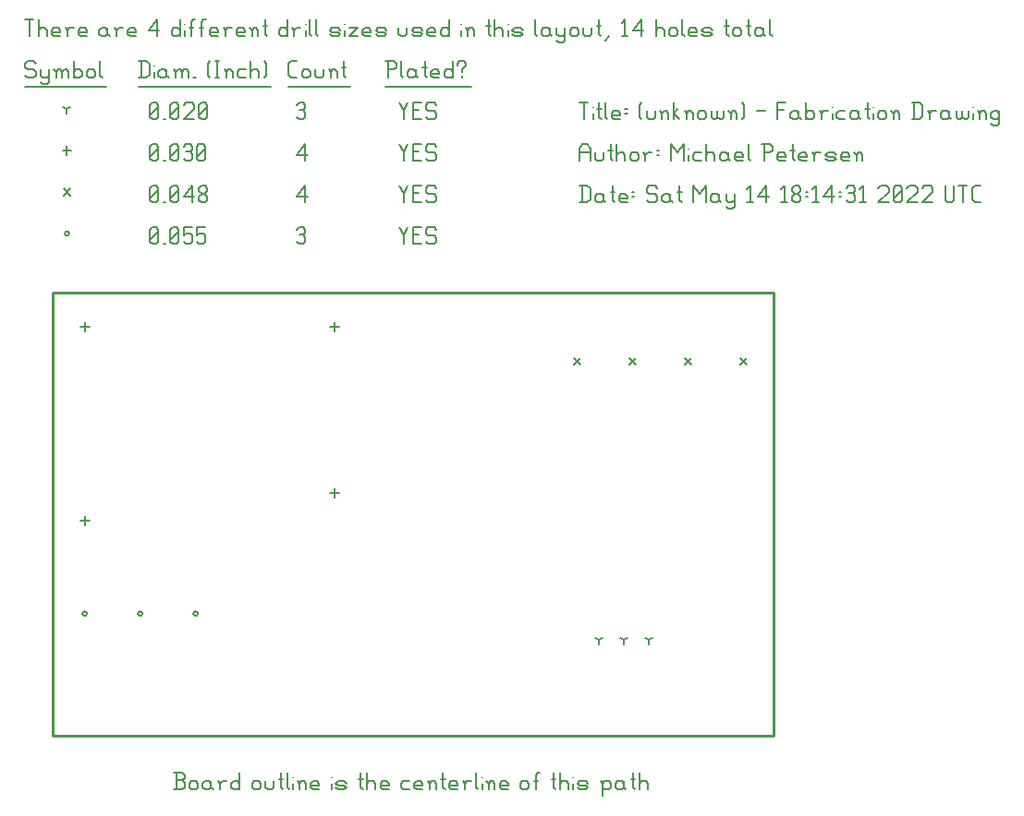
<source format=gbr>
G04 start of page 12 for group -3984 idx -3984 *
G04 Title: (unknown), fab *
G04 Creator: pcb 4.0.2 *
G04 CreationDate: Sat May 14 18:14:31 2022 UTC *
G04 For: railfan *
G04 Format: Gerber/RS-274X *
G04 PCB-Dimensions (mil): 2800.00 1800.00 *
G04 PCB-Coordinate-Origin: lower left *
%MOIN*%
%FSLAX25Y25*%
%LNFAB*%
%ADD51C,0.0100*%
%ADD50C,0.0075*%
%ADD49C,0.0060*%
%ADD48R,0.0080X0.0080*%
G54D48*X20700Y54000D02*G75*G03X22300Y54000I800J0D01*G01*
G75*G03X20700Y54000I-800J0D01*G01*
X40700D02*G75*G03X42300Y54000I800J0D01*G01*
G75*G03X40700Y54000I-800J0D01*G01*
X60700D02*G75*G03X62300Y54000I800J0D01*G01*
G75*G03X60700Y54000I-800J0D01*G01*
X14200Y191250D02*G75*G03X15800Y191250I800J0D01*G01*
G75*G03X14200Y191250I-800J0D01*G01*
G54D49*X135000Y193500D02*X136500Y190500D01*
X138000Y193500D01*
X136500Y190500D02*Y187500D01*
X139800Y190800D02*X142050D01*
X139800Y187500D02*X142800D01*
X139800Y193500D02*Y187500D01*
Y193500D02*X142800D01*
X147600D02*X148350Y192750D01*
X145350Y193500D02*X147600D01*
X144600Y192750D02*X145350Y193500D01*
X144600Y192750D02*Y191250D01*
X145350Y190500D01*
X147600D01*
X148350Y189750D01*
Y188250D01*
X147600Y187500D02*X148350Y188250D01*
X145350Y187500D02*X147600D01*
X144600Y188250D02*X145350Y187500D01*
X98000Y192750D02*X98750Y193500D01*
X100250D01*
X101000Y192750D01*
X100250Y187500D02*X101000Y188250D01*
X98750Y187500D02*X100250D01*
X98000Y188250D02*X98750Y187500D01*
Y190800D02*X100250D01*
X101000Y192750D02*Y191550D01*
Y190050D02*Y188250D01*
Y190050D02*X100250Y190800D01*
X101000Y191550D02*X100250Y190800D01*
X45000Y188250D02*X45750Y187500D01*
X45000Y192750D02*Y188250D01*
Y192750D02*X45750Y193500D01*
X47250D01*
X48000Y192750D01*
Y188250D01*
X47250Y187500D02*X48000Y188250D01*
X45750Y187500D02*X47250D01*
X45000Y189000D02*X48000Y192000D01*
X49800Y187500D02*X50550D01*
X52350Y188250D02*X53100Y187500D01*
X52350Y192750D02*Y188250D01*
Y192750D02*X53100Y193500D01*
X54600D01*
X55350Y192750D01*
Y188250D01*
X54600Y187500D02*X55350Y188250D01*
X53100Y187500D02*X54600D01*
X52350Y189000D02*X55350Y192000D01*
X57150Y193500D02*X60150D01*
X57150D02*Y190500D01*
X57900Y191250D01*
X59400D01*
X60150Y190500D01*
Y188250D01*
X59400Y187500D02*X60150Y188250D01*
X57900Y187500D02*X59400D01*
X57150Y188250D02*X57900Y187500D01*
X61950Y193500D02*X64950D01*
X61950D02*Y190500D01*
X62700Y191250D01*
X64200D01*
X64950Y190500D01*
Y188250D01*
X64200Y187500D02*X64950Y188250D01*
X62700Y187500D02*X64200D01*
X61950Y188250D02*X62700Y187500D01*
X217800Y146200D02*X220200Y143800D01*
X217800D02*X220200Y146200D01*
X197800D02*X200200Y143800D01*
X197800D02*X200200Y146200D01*
X257800D02*X260200Y143800D01*
X257800D02*X260200Y146200D01*
X237800D02*X240200Y143800D01*
X237800D02*X240200Y146200D01*
X13800Y207450D02*X16200Y205050D01*
X13800D02*X16200Y207450D01*
X135000Y208500D02*X136500Y205500D01*
X138000Y208500D01*
X136500Y205500D02*Y202500D01*
X139800Y205800D02*X142050D01*
X139800Y202500D02*X142800D01*
X139800Y208500D02*Y202500D01*
Y208500D02*X142800D01*
X147600D02*X148350Y207750D01*
X145350Y208500D02*X147600D01*
X144600Y207750D02*X145350Y208500D01*
X144600Y207750D02*Y206250D01*
X145350Y205500D01*
X147600D01*
X148350Y204750D01*
Y203250D01*
X147600Y202500D02*X148350Y203250D01*
X145350Y202500D02*X147600D01*
X144600Y203250D02*X145350Y202500D01*
X98000Y204750D02*X101000Y208500D01*
X98000Y204750D02*X101750D01*
X101000Y208500D02*Y202500D01*
X45000Y203250D02*X45750Y202500D01*
X45000Y207750D02*Y203250D01*
Y207750D02*X45750Y208500D01*
X47250D01*
X48000Y207750D01*
Y203250D01*
X47250Y202500D02*X48000Y203250D01*
X45750Y202500D02*X47250D01*
X45000Y204000D02*X48000Y207000D01*
X49800Y202500D02*X50550D01*
X52350Y203250D02*X53100Y202500D01*
X52350Y207750D02*Y203250D01*
Y207750D02*X53100Y208500D01*
X54600D01*
X55350Y207750D01*
Y203250D01*
X54600Y202500D02*X55350Y203250D01*
X53100Y202500D02*X54600D01*
X52350Y204000D02*X55350Y207000D01*
X57150Y204750D02*X60150Y208500D01*
X57150Y204750D02*X60900D01*
X60150Y208500D02*Y202500D01*
X62700Y203250D02*X63450Y202500D01*
X62700Y204450D02*Y203250D01*
Y204450D02*X63750Y205500D01*
X64650D01*
X65700Y204450D01*
Y203250D01*
X64950Y202500D02*X65700Y203250D01*
X63450Y202500D02*X64950D01*
X62700Y206550D02*X63750Y205500D01*
X62700Y207750D02*Y206550D01*
Y207750D02*X63450Y208500D01*
X64950D01*
X65700Y207750D01*
Y206550D01*
X64650Y205500D02*X65700Y206550D01*
X21500Y89100D02*Y85900D01*
X19900Y87500D02*X23100D01*
X111500Y99100D02*Y95900D01*
X109900Y97500D02*X113100D01*
X111500Y159100D02*Y155900D01*
X109900Y157500D02*X113100D01*
X21500Y159100D02*Y155900D01*
X19900Y157500D02*X23100D01*
X15000Y222850D02*Y219650D01*
X13400Y221250D02*X16600D01*
X135000Y223500D02*X136500Y220500D01*
X138000Y223500D01*
X136500Y220500D02*Y217500D01*
X139800Y220800D02*X142050D01*
X139800Y217500D02*X142800D01*
X139800Y223500D02*Y217500D01*
Y223500D02*X142800D01*
X147600D02*X148350Y222750D01*
X145350Y223500D02*X147600D01*
X144600Y222750D02*X145350Y223500D01*
X144600Y222750D02*Y221250D01*
X145350Y220500D01*
X147600D01*
X148350Y219750D01*
Y218250D01*
X147600Y217500D02*X148350Y218250D01*
X145350Y217500D02*X147600D01*
X144600Y218250D02*X145350Y217500D01*
X98000Y219750D02*X101000Y223500D01*
X98000Y219750D02*X101750D01*
X101000Y223500D02*Y217500D01*
X45000Y218250D02*X45750Y217500D01*
X45000Y222750D02*Y218250D01*
Y222750D02*X45750Y223500D01*
X47250D01*
X48000Y222750D01*
Y218250D01*
X47250Y217500D02*X48000Y218250D01*
X45750Y217500D02*X47250D01*
X45000Y219000D02*X48000Y222000D01*
X49800Y217500D02*X50550D01*
X52350Y218250D02*X53100Y217500D01*
X52350Y222750D02*Y218250D01*
Y222750D02*X53100Y223500D01*
X54600D01*
X55350Y222750D01*
Y218250D01*
X54600Y217500D02*X55350Y218250D01*
X53100Y217500D02*X54600D01*
X52350Y219000D02*X55350Y222000D01*
X57150Y222750D02*X57900Y223500D01*
X59400D01*
X60150Y222750D01*
X59400Y217500D02*X60150Y218250D01*
X57900Y217500D02*X59400D01*
X57150Y218250D02*X57900Y217500D01*
Y220800D02*X59400D01*
X60150Y222750D02*Y221550D01*
Y220050D02*Y218250D01*
Y220050D02*X59400Y220800D01*
X60150Y221550D02*X59400Y220800D01*
X61950Y218250D02*X62700Y217500D01*
X61950Y222750D02*Y218250D01*
Y222750D02*X62700Y223500D01*
X64200D01*
X64950Y222750D01*
Y218250D01*
X64200Y217500D02*X64950Y218250D01*
X62700Y217500D02*X64200D01*
X61950Y219000D02*X64950Y222000D01*
X207000Y44500D02*Y42900D01*
Y44500D02*X208387Y45300D01*
X207000Y44500D02*X205613Y45300D01*
X216000Y44500D02*Y42900D01*
Y44500D02*X217387Y45300D01*
X216000Y44500D02*X214613Y45300D01*
X225000Y44500D02*Y42900D01*
Y44500D02*X226387Y45300D01*
X225000Y44500D02*X223613Y45300D01*
X15000Y236250D02*Y234650D01*
Y236250D02*X16387Y237050D01*
X15000Y236250D02*X13613Y237050D01*
X135000Y238500D02*X136500Y235500D01*
X138000Y238500D01*
X136500Y235500D02*Y232500D01*
X139800Y235800D02*X142050D01*
X139800Y232500D02*X142800D01*
X139800Y238500D02*Y232500D01*
Y238500D02*X142800D01*
X147600D02*X148350Y237750D01*
X145350Y238500D02*X147600D01*
X144600Y237750D02*X145350Y238500D01*
X144600Y237750D02*Y236250D01*
X145350Y235500D01*
X147600D01*
X148350Y234750D01*
Y233250D01*
X147600Y232500D02*X148350Y233250D01*
X145350Y232500D02*X147600D01*
X144600Y233250D02*X145350Y232500D01*
X98000Y237750D02*X98750Y238500D01*
X100250D01*
X101000Y237750D01*
X100250Y232500D02*X101000Y233250D01*
X98750Y232500D02*X100250D01*
X98000Y233250D02*X98750Y232500D01*
Y235800D02*X100250D01*
X101000Y237750D02*Y236550D01*
Y235050D02*Y233250D01*
Y235050D02*X100250Y235800D01*
X101000Y236550D02*X100250Y235800D01*
X45000Y233250D02*X45750Y232500D01*
X45000Y237750D02*Y233250D01*
Y237750D02*X45750Y238500D01*
X47250D01*
X48000Y237750D01*
Y233250D01*
X47250Y232500D02*X48000Y233250D01*
X45750Y232500D02*X47250D01*
X45000Y234000D02*X48000Y237000D01*
X49800Y232500D02*X50550D01*
X52350Y233250D02*X53100Y232500D01*
X52350Y237750D02*Y233250D01*
Y237750D02*X53100Y238500D01*
X54600D01*
X55350Y237750D01*
Y233250D01*
X54600Y232500D02*X55350Y233250D01*
X53100Y232500D02*X54600D01*
X52350Y234000D02*X55350Y237000D01*
X57150Y237750D02*X57900Y238500D01*
X60150D01*
X60900Y237750D01*
Y236250D01*
X57150Y232500D02*X60900Y236250D01*
X57150Y232500D02*X60900D01*
X62700Y233250D02*X63450Y232500D01*
X62700Y237750D02*Y233250D01*
Y237750D02*X63450Y238500D01*
X64950D01*
X65700Y237750D01*
Y233250D01*
X64950Y232500D02*X65700Y233250D01*
X63450Y232500D02*X64950D01*
X62700Y234000D02*X65700Y237000D01*
X3000Y253500D02*X3750Y252750D01*
X750Y253500D02*X3000D01*
X0Y252750D02*X750Y253500D01*
X0Y252750D02*Y251250D01*
X750Y250500D01*
X3000D01*
X3750Y249750D01*
Y248250D01*
X3000Y247500D02*X3750Y248250D01*
X750Y247500D02*X3000D01*
X0Y248250D02*X750Y247500D01*
X5550Y250500D02*Y248250D01*
X6300Y247500D01*
X8550Y250500D02*Y246000D01*
X7800Y245250D02*X8550Y246000D01*
X6300Y245250D02*X7800D01*
X5550Y246000D02*X6300Y245250D01*
Y247500D02*X7800D01*
X8550Y248250D01*
X11100Y249750D02*Y247500D01*
Y249750D02*X11850Y250500D01*
X12600D01*
X13350Y249750D01*
Y247500D01*
Y249750D02*X14100Y250500D01*
X14850D01*
X15600Y249750D01*
Y247500D01*
X10350Y250500D02*X11100Y249750D01*
X17400Y253500D02*Y247500D01*
Y248250D02*X18150Y247500D01*
X19650D01*
X20400Y248250D01*
Y249750D02*Y248250D01*
X19650Y250500D02*X20400Y249750D01*
X18150Y250500D02*X19650D01*
X17400Y249750D02*X18150Y250500D01*
X22200Y249750D02*Y248250D01*
Y249750D02*X22950Y250500D01*
X24450D01*
X25200Y249750D01*
Y248250D01*
X24450Y247500D02*X25200Y248250D01*
X22950Y247500D02*X24450D01*
X22200Y248250D02*X22950Y247500D01*
X27000Y253500D02*Y248250D01*
X27750Y247500D01*
X0Y244250D02*X29250D01*
X41750Y253500D02*Y247500D01*
X43700Y253500D02*X44750Y252450D01*
Y248550D01*
X43700Y247500D02*X44750Y248550D01*
X41000Y247500D02*X43700D01*
X41000Y253500D02*X43700D01*
G54D50*X46550Y252000D02*Y251850D01*
G54D49*Y249750D02*Y247500D01*
X50300Y250500D02*X51050Y249750D01*
X48800Y250500D02*X50300D01*
X48050Y249750D02*X48800Y250500D01*
X48050Y249750D02*Y248250D01*
X48800Y247500D01*
X51050Y250500D02*Y248250D01*
X51800Y247500D01*
X48800D02*X50300D01*
X51050Y248250D01*
X54350Y249750D02*Y247500D01*
Y249750D02*X55100Y250500D01*
X55850D01*
X56600Y249750D01*
Y247500D01*
Y249750D02*X57350Y250500D01*
X58100D01*
X58850Y249750D01*
Y247500D01*
X53600Y250500D02*X54350Y249750D01*
X60650Y247500D02*X61400D01*
X65900Y248250D02*X66650Y247500D01*
X65900Y252750D02*X66650Y253500D01*
X65900Y252750D02*Y248250D01*
X68450Y253500D02*X69950D01*
X69200D02*Y247500D01*
X68450D02*X69950D01*
X72500Y249750D02*Y247500D01*
Y249750D02*X73250Y250500D01*
X74000D01*
X74750Y249750D01*
Y247500D01*
X71750Y250500D02*X72500Y249750D01*
X77300Y250500D02*X79550D01*
X76550Y249750D02*X77300Y250500D01*
X76550Y249750D02*Y248250D01*
X77300Y247500D01*
X79550D01*
X81350Y253500D02*Y247500D01*
Y249750D02*X82100Y250500D01*
X83600D01*
X84350Y249750D01*
Y247500D01*
X86150Y253500D02*X86900Y252750D01*
Y248250D01*
X86150Y247500D02*X86900Y248250D01*
X41000Y244250D02*X88700D01*
X96050Y247500D02*X98000D01*
X95000Y248550D02*X96050Y247500D01*
X95000Y252450D02*Y248550D01*
Y252450D02*X96050Y253500D01*
X98000D01*
X99800Y249750D02*Y248250D01*
Y249750D02*X100550Y250500D01*
X102050D01*
X102800Y249750D01*
Y248250D01*
X102050Y247500D02*X102800Y248250D01*
X100550Y247500D02*X102050D01*
X99800Y248250D02*X100550Y247500D01*
X104600Y250500D02*Y248250D01*
X105350Y247500D01*
X106850D01*
X107600Y248250D01*
Y250500D02*Y248250D01*
X110150Y249750D02*Y247500D01*
Y249750D02*X110900Y250500D01*
X111650D01*
X112400Y249750D01*
Y247500D01*
X109400Y250500D02*X110150Y249750D01*
X114950Y253500D02*Y248250D01*
X115700Y247500D01*
X114200Y251250D02*X115700D01*
X95000Y244250D02*X117200D01*
X130750Y253500D02*Y247500D01*
X130000Y253500D02*X133000D01*
X133750Y252750D01*
Y251250D01*
X133000Y250500D02*X133750Y251250D01*
X130750Y250500D02*X133000D01*
X135550Y253500D02*Y248250D01*
X136300Y247500D01*
X140050Y250500D02*X140800Y249750D01*
X138550Y250500D02*X140050D01*
X137800Y249750D02*X138550Y250500D01*
X137800Y249750D02*Y248250D01*
X138550Y247500D01*
X140800Y250500D02*Y248250D01*
X141550Y247500D01*
X138550D02*X140050D01*
X140800Y248250D01*
X144100Y253500D02*Y248250D01*
X144850Y247500D01*
X143350Y251250D02*X144850D01*
X147100Y247500D02*X149350D01*
X146350Y248250D02*X147100Y247500D01*
X146350Y249750D02*Y248250D01*
Y249750D02*X147100Y250500D01*
X148600D01*
X149350Y249750D01*
X146350Y249000D02*X149350D01*
Y249750D02*Y249000D01*
X154150Y253500D02*Y247500D01*
X153400D02*X154150Y248250D01*
X151900Y247500D02*X153400D01*
X151150Y248250D02*X151900Y247500D01*
X151150Y249750D02*Y248250D01*
Y249750D02*X151900Y250500D01*
X153400D01*
X154150Y249750D01*
X157450Y250500D02*Y249750D01*
Y248250D02*Y247500D01*
X155950Y252750D02*Y252000D01*
Y252750D02*X156700Y253500D01*
X158200D01*
X158950Y252750D01*
Y252000D01*
X157450Y250500D02*X158950Y252000D01*
X130000Y244250D02*X160750D01*
X0Y268500D02*X3000D01*
X1500D02*Y262500D01*
X4800Y268500D02*Y262500D01*
Y264750D02*X5550Y265500D01*
X7050D01*
X7800Y264750D01*
Y262500D01*
X10350D02*X12600D01*
X9600Y263250D02*X10350Y262500D01*
X9600Y264750D02*Y263250D01*
Y264750D02*X10350Y265500D01*
X11850D01*
X12600Y264750D01*
X9600Y264000D02*X12600D01*
Y264750D02*Y264000D01*
X15150Y264750D02*Y262500D01*
Y264750D02*X15900Y265500D01*
X17400D01*
X14400D02*X15150Y264750D01*
X19950Y262500D02*X22200D01*
X19200Y263250D02*X19950Y262500D01*
X19200Y264750D02*Y263250D01*
Y264750D02*X19950Y265500D01*
X21450D01*
X22200Y264750D01*
X19200Y264000D02*X22200D01*
Y264750D02*Y264000D01*
X28950Y265500D02*X29700Y264750D01*
X27450Y265500D02*X28950D01*
X26700Y264750D02*X27450Y265500D01*
X26700Y264750D02*Y263250D01*
X27450Y262500D01*
X29700Y265500D02*Y263250D01*
X30450Y262500D01*
X27450D02*X28950D01*
X29700Y263250D01*
X33000Y264750D02*Y262500D01*
Y264750D02*X33750Y265500D01*
X35250D01*
X32250D02*X33000Y264750D01*
X37800Y262500D02*X40050D01*
X37050Y263250D02*X37800Y262500D01*
X37050Y264750D02*Y263250D01*
Y264750D02*X37800Y265500D01*
X39300D01*
X40050Y264750D01*
X37050Y264000D02*X40050D01*
Y264750D02*Y264000D01*
X44550Y264750D02*X47550Y268500D01*
X44550Y264750D02*X48300D01*
X47550Y268500D02*Y262500D01*
X55800Y268500D02*Y262500D01*
X55050D02*X55800Y263250D01*
X53550Y262500D02*X55050D01*
X52800Y263250D02*X53550Y262500D01*
X52800Y264750D02*Y263250D01*
Y264750D02*X53550Y265500D01*
X55050D01*
X55800Y264750D01*
G54D50*X57600Y267000D02*Y266850D01*
G54D49*Y264750D02*Y262500D01*
X59850Y267750D02*Y262500D01*
Y267750D02*X60600Y268500D01*
X61350D01*
X59100Y265500D02*X60600D01*
X63600Y267750D02*Y262500D01*
Y267750D02*X64350Y268500D01*
X65100D01*
X62850Y265500D02*X64350D01*
X67350Y262500D02*X69600D01*
X66600Y263250D02*X67350Y262500D01*
X66600Y264750D02*Y263250D01*
Y264750D02*X67350Y265500D01*
X68850D01*
X69600Y264750D01*
X66600Y264000D02*X69600D01*
Y264750D02*Y264000D01*
X72150Y264750D02*Y262500D01*
Y264750D02*X72900Y265500D01*
X74400D01*
X71400D02*X72150Y264750D01*
X76950Y262500D02*X79200D01*
X76200Y263250D02*X76950Y262500D01*
X76200Y264750D02*Y263250D01*
Y264750D02*X76950Y265500D01*
X78450D01*
X79200Y264750D01*
X76200Y264000D02*X79200D01*
Y264750D02*Y264000D01*
X81750Y264750D02*Y262500D01*
Y264750D02*X82500Y265500D01*
X83250D01*
X84000Y264750D01*
Y262500D01*
X81000Y265500D02*X81750Y264750D01*
X86550Y268500D02*Y263250D01*
X87300Y262500D01*
X85800Y266250D02*X87300D01*
X94500Y268500D02*Y262500D01*
X93750D02*X94500Y263250D01*
X92250Y262500D02*X93750D01*
X91500Y263250D02*X92250Y262500D01*
X91500Y264750D02*Y263250D01*
Y264750D02*X92250Y265500D01*
X93750D01*
X94500Y264750D01*
X97050D02*Y262500D01*
Y264750D02*X97800Y265500D01*
X99300D01*
X96300D02*X97050Y264750D01*
G54D50*X101100Y267000D02*Y266850D01*
G54D49*Y264750D02*Y262500D01*
X102600Y268500D02*Y263250D01*
X103350Y262500D01*
X104850Y268500D02*Y263250D01*
X105600Y262500D01*
X110550D02*X112800D01*
X113550Y263250D01*
X112800Y264000D02*X113550Y263250D01*
X110550Y264000D02*X112800D01*
X109800Y264750D02*X110550Y264000D01*
X109800Y264750D02*X110550Y265500D01*
X112800D01*
X113550Y264750D01*
X109800Y263250D02*X110550Y262500D01*
G54D50*X115350Y267000D02*Y266850D01*
G54D49*Y264750D02*Y262500D01*
X116850Y265500D02*X119850D01*
X116850Y262500D02*X119850Y265500D01*
X116850Y262500D02*X119850D01*
X122400D02*X124650D01*
X121650Y263250D02*X122400Y262500D01*
X121650Y264750D02*Y263250D01*
Y264750D02*X122400Y265500D01*
X123900D01*
X124650Y264750D01*
X121650Y264000D02*X124650D01*
Y264750D02*Y264000D01*
X127200Y262500D02*X129450D01*
X130200Y263250D01*
X129450Y264000D02*X130200Y263250D01*
X127200Y264000D02*X129450D01*
X126450Y264750D02*X127200Y264000D01*
X126450Y264750D02*X127200Y265500D01*
X129450D01*
X130200Y264750D01*
X126450Y263250D02*X127200Y262500D01*
X134700Y265500D02*Y263250D01*
X135450Y262500D01*
X136950D01*
X137700Y263250D01*
Y265500D02*Y263250D01*
X140250Y262500D02*X142500D01*
X143250Y263250D01*
X142500Y264000D02*X143250Y263250D01*
X140250Y264000D02*X142500D01*
X139500Y264750D02*X140250Y264000D01*
X139500Y264750D02*X140250Y265500D01*
X142500D01*
X143250Y264750D01*
X139500Y263250D02*X140250Y262500D01*
X145800D02*X148050D01*
X145050Y263250D02*X145800Y262500D01*
X145050Y264750D02*Y263250D01*
Y264750D02*X145800Y265500D01*
X147300D01*
X148050Y264750D01*
X145050Y264000D02*X148050D01*
Y264750D02*Y264000D01*
X152850Y268500D02*Y262500D01*
X152100D02*X152850Y263250D01*
X150600Y262500D02*X152100D01*
X149850Y263250D02*X150600Y262500D01*
X149850Y264750D02*Y263250D01*
Y264750D02*X150600Y265500D01*
X152100D01*
X152850Y264750D01*
G54D50*X157350Y267000D02*Y266850D01*
G54D49*Y264750D02*Y262500D01*
X159600Y264750D02*Y262500D01*
Y264750D02*X160350Y265500D01*
X161100D01*
X161850Y264750D01*
Y262500D01*
X158850Y265500D02*X159600Y264750D01*
X167100Y268500D02*Y263250D01*
X167850Y262500D01*
X166350Y266250D02*X167850D01*
X169350Y268500D02*Y262500D01*
Y264750D02*X170100Y265500D01*
X171600D01*
X172350Y264750D01*
Y262500D01*
G54D50*X174150Y267000D02*Y266850D01*
G54D49*Y264750D02*Y262500D01*
X176400D02*X178650D01*
X179400Y263250D01*
X178650Y264000D02*X179400Y263250D01*
X176400Y264000D02*X178650D01*
X175650Y264750D02*X176400Y264000D01*
X175650Y264750D02*X176400Y265500D01*
X178650D01*
X179400Y264750D01*
X175650Y263250D02*X176400Y262500D01*
X183900Y268500D02*Y263250D01*
X184650Y262500D01*
X188400Y265500D02*X189150Y264750D01*
X186900Y265500D02*X188400D01*
X186150Y264750D02*X186900Y265500D01*
X186150Y264750D02*Y263250D01*
X186900Y262500D01*
X189150Y265500D02*Y263250D01*
X189900Y262500D01*
X186900D02*X188400D01*
X189150Y263250D01*
X191700Y265500D02*Y263250D01*
X192450Y262500D01*
X194700Y265500D02*Y261000D01*
X193950Y260250D02*X194700Y261000D01*
X192450Y260250D02*X193950D01*
X191700Y261000D02*X192450Y260250D01*
Y262500D02*X193950D01*
X194700Y263250D01*
X196500Y264750D02*Y263250D01*
Y264750D02*X197250Y265500D01*
X198750D01*
X199500Y264750D01*
Y263250D01*
X198750Y262500D02*X199500Y263250D01*
X197250Y262500D02*X198750D01*
X196500Y263250D02*X197250Y262500D01*
X201300Y265500D02*Y263250D01*
X202050Y262500D01*
X203550D01*
X204300Y263250D01*
Y265500D02*Y263250D01*
X206850Y268500D02*Y263250D01*
X207600Y262500D01*
X206100Y266250D02*X207600D01*
X209100Y261000D02*X210600Y262500D01*
X215100Y267300D02*X216300Y268500D01*
Y262500D01*
X215100D02*X217350D01*
X219150Y264750D02*X222150Y268500D01*
X219150Y264750D02*X222900D01*
X222150Y268500D02*Y262500D01*
X227400Y268500D02*Y262500D01*
Y264750D02*X228150Y265500D01*
X229650D01*
X230400Y264750D01*
Y262500D01*
X232200Y264750D02*Y263250D01*
Y264750D02*X232950Y265500D01*
X234450D01*
X235200Y264750D01*
Y263250D01*
X234450Y262500D02*X235200Y263250D01*
X232950Y262500D02*X234450D01*
X232200Y263250D02*X232950Y262500D01*
X237000Y268500D02*Y263250D01*
X237750Y262500D01*
X240000D02*X242250D01*
X239250Y263250D02*X240000Y262500D01*
X239250Y264750D02*Y263250D01*
Y264750D02*X240000Y265500D01*
X241500D01*
X242250Y264750D01*
X239250Y264000D02*X242250D01*
Y264750D02*Y264000D01*
X244800Y262500D02*X247050D01*
X247800Y263250D01*
X247050Y264000D02*X247800Y263250D01*
X244800Y264000D02*X247050D01*
X244050Y264750D02*X244800Y264000D01*
X244050Y264750D02*X244800Y265500D01*
X247050D01*
X247800Y264750D01*
X244050Y263250D02*X244800Y262500D01*
X253050Y268500D02*Y263250D01*
X253800Y262500D01*
X252300Y266250D02*X253800D01*
X255300Y264750D02*Y263250D01*
Y264750D02*X256050Y265500D01*
X257550D01*
X258300Y264750D01*
Y263250D01*
X257550Y262500D02*X258300Y263250D01*
X256050Y262500D02*X257550D01*
X255300Y263250D02*X256050Y262500D01*
X260850Y268500D02*Y263250D01*
X261600Y262500D01*
X260100Y266250D02*X261600D01*
X265350Y265500D02*X266100Y264750D01*
X263850Y265500D02*X265350D01*
X263100Y264750D02*X263850Y265500D01*
X263100Y264750D02*Y263250D01*
X263850Y262500D01*
X266100Y265500D02*Y263250D01*
X266850Y262500D01*
X263850D02*X265350D01*
X266100Y263250D01*
X268650Y268500D02*Y263250D01*
X269400Y262500D01*
G54D51*X10000Y170000D02*X270000D01*
X10000D02*Y10000D01*
X270000D01*
Y170000D01*
G54D49*X53675Y-9500D02*X56675D01*
X57425Y-8750D01*
Y-6950D02*Y-8750D01*
X56675Y-6200D02*X57425Y-6950D01*
X54425Y-6200D02*X56675D01*
X54425Y-3500D02*Y-9500D01*
X53675Y-3500D02*X56675D01*
X57425Y-4250D01*
Y-5450D01*
X56675Y-6200D02*X57425Y-5450D01*
X59225Y-7250D02*Y-8750D01*
Y-7250D02*X59975Y-6500D01*
X61475D01*
X62225Y-7250D01*
Y-8750D01*
X61475Y-9500D02*X62225Y-8750D01*
X59975Y-9500D02*X61475D01*
X59225Y-8750D02*X59975Y-9500D01*
X66275Y-6500D02*X67025Y-7250D01*
X64775Y-6500D02*X66275D01*
X64025Y-7250D02*X64775Y-6500D01*
X64025Y-7250D02*Y-8750D01*
X64775Y-9500D01*
X67025Y-6500D02*Y-8750D01*
X67775Y-9500D01*
X64775D02*X66275D01*
X67025Y-8750D01*
X70325Y-7250D02*Y-9500D01*
Y-7250D02*X71075Y-6500D01*
X72575D01*
X69575D02*X70325Y-7250D01*
X77375Y-3500D02*Y-9500D01*
X76625D02*X77375Y-8750D01*
X75125Y-9500D02*X76625D01*
X74375Y-8750D02*X75125Y-9500D01*
X74375Y-7250D02*Y-8750D01*
Y-7250D02*X75125Y-6500D01*
X76625D01*
X77375Y-7250D01*
X81875D02*Y-8750D01*
Y-7250D02*X82625Y-6500D01*
X84125D01*
X84875Y-7250D01*
Y-8750D01*
X84125Y-9500D02*X84875Y-8750D01*
X82625Y-9500D02*X84125D01*
X81875Y-8750D02*X82625Y-9500D01*
X86675Y-6500D02*Y-8750D01*
X87425Y-9500D01*
X88925D01*
X89675Y-8750D01*
Y-6500D02*Y-8750D01*
X92225Y-3500D02*Y-8750D01*
X92975Y-9500D01*
X91475Y-5750D02*X92975D01*
X94475Y-3500D02*Y-8750D01*
X95225Y-9500D01*
G54D50*X96725Y-5000D02*Y-5150D01*
G54D49*Y-7250D02*Y-9500D01*
X98975Y-7250D02*Y-9500D01*
Y-7250D02*X99725Y-6500D01*
X100475D01*
X101225Y-7250D01*
Y-9500D01*
X98225Y-6500D02*X98975Y-7250D01*
X103775Y-9500D02*X106025D01*
X103025Y-8750D02*X103775Y-9500D01*
X103025Y-7250D02*Y-8750D01*
Y-7250D02*X103775Y-6500D01*
X105275D01*
X106025Y-7250D01*
X103025Y-8000D02*X106025D01*
Y-7250D02*Y-8000D01*
G54D50*X110525Y-5000D02*Y-5150D01*
G54D49*Y-7250D02*Y-9500D01*
X112775D02*X115025D01*
X115775Y-8750D01*
X115025Y-8000D02*X115775Y-8750D01*
X112775Y-8000D02*X115025D01*
X112025Y-7250D02*X112775Y-8000D01*
X112025Y-7250D02*X112775Y-6500D01*
X115025D01*
X115775Y-7250D01*
X112025Y-8750D02*X112775Y-9500D01*
X121025Y-3500D02*Y-8750D01*
X121775Y-9500D01*
X120275Y-5750D02*X121775D01*
X123275Y-3500D02*Y-9500D01*
Y-7250D02*X124025Y-6500D01*
X125525D01*
X126275Y-7250D01*
Y-9500D01*
X128825D02*X131075D01*
X128075Y-8750D02*X128825Y-9500D01*
X128075Y-7250D02*Y-8750D01*
Y-7250D02*X128825Y-6500D01*
X130325D01*
X131075Y-7250D01*
X128075Y-8000D02*X131075D01*
Y-7250D02*Y-8000D01*
X136325Y-6500D02*X138575D01*
X135575Y-7250D02*X136325Y-6500D01*
X135575Y-7250D02*Y-8750D01*
X136325Y-9500D01*
X138575D01*
X141125D02*X143375D01*
X140375Y-8750D02*X141125Y-9500D01*
X140375Y-7250D02*Y-8750D01*
Y-7250D02*X141125Y-6500D01*
X142625D01*
X143375Y-7250D01*
X140375Y-8000D02*X143375D01*
Y-7250D02*Y-8000D01*
X145925Y-7250D02*Y-9500D01*
Y-7250D02*X146675Y-6500D01*
X147425D01*
X148175Y-7250D01*
Y-9500D01*
X145175Y-6500D02*X145925Y-7250D01*
X150725Y-3500D02*Y-8750D01*
X151475Y-9500D01*
X149975Y-5750D02*X151475D01*
X153725Y-9500D02*X155975D01*
X152975Y-8750D02*X153725Y-9500D01*
X152975Y-7250D02*Y-8750D01*
Y-7250D02*X153725Y-6500D01*
X155225D01*
X155975Y-7250D01*
X152975Y-8000D02*X155975D01*
Y-7250D02*Y-8000D01*
X158525Y-7250D02*Y-9500D01*
Y-7250D02*X159275Y-6500D01*
X160775D01*
X157775D02*X158525Y-7250D01*
X162575Y-3500D02*Y-8750D01*
X163325Y-9500D01*
G54D50*X164825Y-5000D02*Y-5150D01*
G54D49*Y-7250D02*Y-9500D01*
X167075Y-7250D02*Y-9500D01*
Y-7250D02*X167825Y-6500D01*
X168575D01*
X169325Y-7250D01*
Y-9500D01*
X166325Y-6500D02*X167075Y-7250D01*
X171875Y-9500D02*X174125D01*
X171125Y-8750D02*X171875Y-9500D01*
X171125Y-7250D02*Y-8750D01*
Y-7250D02*X171875Y-6500D01*
X173375D01*
X174125Y-7250D01*
X171125Y-8000D02*X174125D01*
Y-7250D02*Y-8000D01*
X178625Y-7250D02*Y-8750D01*
Y-7250D02*X179375Y-6500D01*
X180875D01*
X181625Y-7250D01*
Y-8750D01*
X180875Y-9500D02*X181625Y-8750D01*
X179375Y-9500D02*X180875D01*
X178625Y-8750D02*X179375Y-9500D01*
X184175Y-4250D02*Y-9500D01*
Y-4250D02*X184925Y-3500D01*
X185675D01*
X183425Y-6500D02*X184925D01*
X190625Y-3500D02*Y-8750D01*
X191375Y-9500D01*
X189875Y-5750D02*X191375D01*
X192875Y-3500D02*Y-9500D01*
Y-7250D02*X193625Y-6500D01*
X195125D01*
X195875Y-7250D01*
Y-9500D01*
G54D50*X197675Y-5000D02*Y-5150D01*
G54D49*Y-7250D02*Y-9500D01*
X199925D02*X202175D01*
X202925Y-8750D01*
X202175Y-8000D02*X202925Y-8750D01*
X199925Y-8000D02*X202175D01*
X199175Y-7250D02*X199925Y-8000D01*
X199175Y-7250D02*X199925Y-6500D01*
X202175D01*
X202925Y-7250D01*
X199175Y-8750D02*X199925Y-9500D01*
X208175Y-7250D02*Y-11750D01*
X207425Y-6500D02*X208175Y-7250D01*
X208925Y-6500D01*
X210425D01*
X211175Y-7250D01*
Y-8750D01*
X210425Y-9500D02*X211175Y-8750D01*
X208925Y-9500D02*X210425D01*
X208175Y-8750D02*X208925Y-9500D01*
X215225Y-6500D02*X215975Y-7250D01*
X213725Y-6500D02*X215225D01*
X212975Y-7250D02*X213725Y-6500D01*
X212975Y-7250D02*Y-8750D01*
X213725Y-9500D01*
X215975Y-6500D02*Y-8750D01*
X216725Y-9500D01*
X213725D02*X215225D01*
X215975Y-8750D01*
X219275Y-3500D02*Y-8750D01*
X220025Y-9500D01*
X218525Y-5750D02*X220025D01*
X221525Y-3500D02*Y-9500D01*
Y-7250D02*X222275Y-6500D01*
X223775D01*
X224525Y-7250D01*
Y-9500D01*
X200750Y208500D02*Y202500D01*
X202700Y208500D02*X203750Y207450D01*
Y203550D01*
X202700Y202500D02*X203750Y203550D01*
X200000Y202500D02*X202700D01*
X200000Y208500D02*X202700D01*
X207800Y205500D02*X208550Y204750D01*
X206300Y205500D02*X207800D01*
X205550Y204750D02*X206300Y205500D01*
X205550Y204750D02*Y203250D01*
X206300Y202500D01*
X208550Y205500D02*Y203250D01*
X209300Y202500D01*
X206300D02*X207800D01*
X208550Y203250D01*
X211850Y208500D02*Y203250D01*
X212600Y202500D01*
X211100Y206250D02*X212600D01*
X214850Y202500D02*X217100D01*
X214100Y203250D02*X214850Y202500D01*
X214100Y204750D02*Y203250D01*
Y204750D02*X214850Y205500D01*
X216350D01*
X217100Y204750D01*
X214100Y204000D02*X217100D01*
Y204750D02*Y204000D01*
X218900Y206250D02*X219650D01*
X218900Y204750D02*X219650D01*
X227150Y208500D02*X227900Y207750D01*
X224900Y208500D02*X227150D01*
X224150Y207750D02*X224900Y208500D01*
X224150Y207750D02*Y206250D01*
X224900Y205500D01*
X227150D01*
X227900Y204750D01*
Y203250D01*
X227150Y202500D02*X227900Y203250D01*
X224900Y202500D02*X227150D01*
X224150Y203250D02*X224900Y202500D01*
X231950Y205500D02*X232700Y204750D01*
X230450Y205500D02*X231950D01*
X229700Y204750D02*X230450Y205500D01*
X229700Y204750D02*Y203250D01*
X230450Y202500D01*
X232700Y205500D02*Y203250D01*
X233450Y202500D01*
X230450D02*X231950D01*
X232700Y203250D01*
X236000Y208500D02*Y203250D01*
X236750Y202500D01*
X235250Y206250D02*X236750D01*
X240950Y208500D02*Y202500D01*
Y208500D02*X243200Y205500D01*
X245450Y208500D01*
Y202500D01*
X249500Y205500D02*X250250Y204750D01*
X248000Y205500D02*X249500D01*
X247250Y204750D02*X248000Y205500D01*
X247250Y204750D02*Y203250D01*
X248000Y202500D01*
X250250Y205500D02*Y203250D01*
X251000Y202500D01*
X248000D02*X249500D01*
X250250Y203250D01*
X252800Y205500D02*Y203250D01*
X253550Y202500D01*
X255800Y205500D02*Y201000D01*
X255050Y200250D02*X255800Y201000D01*
X253550Y200250D02*X255050D01*
X252800Y201000D02*X253550Y200250D01*
Y202500D02*X255050D01*
X255800Y203250D01*
X260300Y207300D02*X261500Y208500D01*
Y202500D01*
X260300D02*X262550D01*
X264350Y204750D02*X267350Y208500D01*
X264350Y204750D02*X268100D01*
X267350Y208500D02*Y202500D01*
X272600Y207300D02*X273800Y208500D01*
Y202500D01*
X272600D02*X274850D01*
X276650Y203250D02*X277400Y202500D01*
X276650Y204450D02*Y203250D01*
Y204450D02*X277700Y205500D01*
X278600D01*
X279650Y204450D01*
Y203250D01*
X278900Y202500D02*X279650Y203250D01*
X277400Y202500D02*X278900D01*
X276650Y206550D02*X277700Y205500D01*
X276650Y207750D02*Y206550D01*
Y207750D02*X277400Y208500D01*
X278900D01*
X279650Y207750D01*
Y206550D01*
X278600Y205500D02*X279650Y206550D01*
X281450Y206250D02*X282200D01*
X281450Y204750D02*X282200D01*
X284000Y207300D02*X285200Y208500D01*
Y202500D01*
X284000D02*X286250D01*
X288050Y204750D02*X291050Y208500D01*
X288050Y204750D02*X291800D01*
X291050Y208500D02*Y202500D01*
X293600Y206250D02*X294350D01*
X293600Y204750D02*X294350D01*
X296150Y207750D02*X296900Y208500D01*
X298400D01*
X299150Y207750D01*
X298400Y202500D02*X299150Y203250D01*
X296900Y202500D02*X298400D01*
X296150Y203250D02*X296900Y202500D01*
Y205800D02*X298400D01*
X299150Y207750D02*Y206550D01*
Y205050D02*Y203250D01*
Y205050D02*X298400Y205800D01*
X299150Y206550D02*X298400Y205800D01*
X300950Y207300D02*X302150Y208500D01*
Y202500D01*
X300950D02*X303200D01*
X307700Y207750D02*X308450Y208500D01*
X310700D01*
X311450Y207750D01*
Y206250D01*
X307700Y202500D02*X311450Y206250D01*
X307700Y202500D02*X311450D01*
X313250Y203250D02*X314000Y202500D01*
X313250Y207750D02*Y203250D01*
Y207750D02*X314000Y208500D01*
X315500D01*
X316250Y207750D01*
Y203250D01*
X315500Y202500D02*X316250Y203250D01*
X314000Y202500D02*X315500D01*
X313250Y204000D02*X316250Y207000D01*
X318050Y207750D02*X318800Y208500D01*
X321050D01*
X321800Y207750D01*
Y206250D01*
X318050Y202500D02*X321800Y206250D01*
X318050Y202500D02*X321800D01*
X323600Y207750D02*X324350Y208500D01*
X326600D01*
X327350Y207750D01*
Y206250D01*
X323600Y202500D02*X327350Y206250D01*
X323600Y202500D02*X327350D01*
X331850Y208500D02*Y203250D01*
X332600Y202500D01*
X334100D01*
X334850Y203250D01*
Y208500D02*Y203250D01*
X336650Y208500D02*X339650D01*
X338150D02*Y202500D01*
X342500D02*X344450D01*
X341450Y203550D02*X342500Y202500D01*
X341450Y207450D02*Y203550D01*
Y207450D02*X342500Y208500D01*
X344450D01*
X200000Y222000D02*Y217500D01*
Y222000D02*X201050Y223500D01*
X202700D01*
X203750Y222000D01*
Y217500D01*
X200000Y220500D02*X203750D01*
X205550D02*Y218250D01*
X206300Y217500D01*
X207800D01*
X208550Y218250D01*
Y220500D02*Y218250D01*
X211100Y223500D02*Y218250D01*
X211850Y217500D01*
X210350Y221250D02*X211850D01*
X213350Y223500D02*Y217500D01*
Y219750D02*X214100Y220500D01*
X215600D01*
X216350Y219750D01*
Y217500D01*
X218150Y219750D02*Y218250D01*
Y219750D02*X218900Y220500D01*
X220400D01*
X221150Y219750D01*
Y218250D01*
X220400Y217500D02*X221150Y218250D01*
X218900Y217500D02*X220400D01*
X218150Y218250D02*X218900Y217500D01*
X223700Y219750D02*Y217500D01*
Y219750D02*X224450Y220500D01*
X225950D01*
X222950D02*X223700Y219750D01*
X227750Y221250D02*X228500D01*
X227750Y219750D02*X228500D01*
X233000Y223500D02*Y217500D01*
Y223500D02*X235250Y220500D01*
X237500Y223500D01*
Y217500D01*
G54D50*X239300Y222000D02*Y221850D01*
G54D49*Y219750D02*Y217500D01*
X241550Y220500D02*X243800D01*
X240800Y219750D02*X241550Y220500D01*
X240800Y219750D02*Y218250D01*
X241550Y217500D01*
X243800D01*
X245600Y223500D02*Y217500D01*
Y219750D02*X246350Y220500D01*
X247850D01*
X248600Y219750D01*
Y217500D01*
X252650Y220500D02*X253400Y219750D01*
X251150Y220500D02*X252650D01*
X250400Y219750D02*X251150Y220500D01*
X250400Y219750D02*Y218250D01*
X251150Y217500D01*
X253400Y220500D02*Y218250D01*
X254150Y217500D01*
X251150D02*X252650D01*
X253400Y218250D01*
X256700Y217500D02*X258950D01*
X255950Y218250D02*X256700Y217500D01*
X255950Y219750D02*Y218250D01*
Y219750D02*X256700Y220500D01*
X258200D01*
X258950Y219750D01*
X255950Y219000D02*X258950D01*
Y219750D02*Y219000D01*
X260750Y223500D02*Y218250D01*
X261500Y217500D01*
X266450Y223500D02*Y217500D01*
X265700Y223500D02*X268700D01*
X269450Y222750D01*
Y221250D01*
X268700Y220500D02*X269450Y221250D01*
X266450Y220500D02*X268700D01*
X272000Y217500D02*X274250D01*
X271250Y218250D02*X272000Y217500D01*
X271250Y219750D02*Y218250D01*
Y219750D02*X272000Y220500D01*
X273500D01*
X274250Y219750D01*
X271250Y219000D02*X274250D01*
Y219750D02*Y219000D01*
X276800Y223500D02*Y218250D01*
X277550Y217500D01*
X276050Y221250D02*X277550D01*
X279800Y217500D02*X282050D01*
X279050Y218250D02*X279800Y217500D01*
X279050Y219750D02*Y218250D01*
Y219750D02*X279800Y220500D01*
X281300D01*
X282050Y219750D01*
X279050Y219000D02*X282050D01*
Y219750D02*Y219000D01*
X284600Y219750D02*Y217500D01*
Y219750D02*X285350Y220500D01*
X286850D01*
X283850D02*X284600Y219750D01*
X289400Y217500D02*X291650D01*
X292400Y218250D01*
X291650Y219000D02*X292400Y218250D01*
X289400Y219000D02*X291650D01*
X288650Y219750D02*X289400Y219000D01*
X288650Y219750D02*X289400Y220500D01*
X291650D01*
X292400Y219750D01*
X288650Y218250D02*X289400Y217500D01*
X294950D02*X297200D01*
X294200Y218250D02*X294950Y217500D01*
X294200Y219750D02*Y218250D01*
Y219750D02*X294950Y220500D01*
X296450D01*
X297200Y219750D01*
X294200Y219000D02*X297200D01*
Y219750D02*Y219000D01*
X299750Y219750D02*Y217500D01*
Y219750D02*X300500Y220500D01*
X301250D01*
X302000Y219750D01*
Y217500D01*
X299000Y220500D02*X299750Y219750D01*
X200000Y238500D02*X203000D01*
X201500D02*Y232500D01*
G54D50*X204800Y237000D02*Y236850D01*
G54D49*Y234750D02*Y232500D01*
X207050Y238500D02*Y233250D01*
X207800Y232500D01*
X206300Y236250D02*X207800D01*
X209300Y238500D02*Y233250D01*
X210050Y232500D01*
X212300D02*X214550D01*
X211550Y233250D02*X212300Y232500D01*
X211550Y234750D02*Y233250D01*
Y234750D02*X212300Y235500D01*
X213800D01*
X214550Y234750D01*
X211550Y234000D02*X214550D01*
Y234750D02*Y234000D01*
X216350Y236250D02*X217100D01*
X216350Y234750D02*X217100D01*
X221600Y233250D02*X222350Y232500D01*
X221600Y237750D02*X222350Y238500D01*
X221600Y237750D02*Y233250D01*
X224150Y235500D02*Y233250D01*
X224900Y232500D01*
X226400D01*
X227150Y233250D01*
Y235500D02*Y233250D01*
X229700Y234750D02*Y232500D01*
Y234750D02*X230450Y235500D01*
X231200D01*
X231950Y234750D01*
Y232500D01*
X228950Y235500D02*X229700Y234750D01*
X233750Y238500D02*Y232500D01*
Y234750D02*X236000Y232500D01*
X233750Y234750D02*X235250Y236250D01*
X238550Y234750D02*Y232500D01*
Y234750D02*X239300Y235500D01*
X240050D01*
X240800Y234750D01*
Y232500D01*
X237800Y235500D02*X238550Y234750D01*
X242600D02*Y233250D01*
Y234750D02*X243350Y235500D01*
X244850D01*
X245600Y234750D01*
Y233250D01*
X244850Y232500D02*X245600Y233250D01*
X243350Y232500D02*X244850D01*
X242600Y233250D02*X243350Y232500D01*
X247400Y235500D02*Y233250D01*
X248150Y232500D01*
X248900D01*
X249650Y233250D01*
Y235500D02*Y233250D01*
X250400Y232500D01*
X251150D01*
X251900Y233250D01*
Y235500D02*Y233250D01*
X254450Y234750D02*Y232500D01*
Y234750D02*X255200Y235500D01*
X255950D01*
X256700Y234750D01*
Y232500D01*
X253700Y235500D02*X254450Y234750D01*
X258500Y238500D02*X259250Y237750D01*
Y233250D01*
X258500Y232500D02*X259250Y233250D01*
X263750Y235500D02*X266750D01*
X271250Y238500D02*Y232500D01*
Y238500D02*X274250D01*
X271250Y235800D02*X273500D01*
X278300Y235500D02*X279050Y234750D01*
X276800Y235500D02*X278300D01*
X276050Y234750D02*X276800Y235500D01*
X276050Y234750D02*Y233250D01*
X276800Y232500D01*
X279050Y235500D02*Y233250D01*
X279800Y232500D01*
X276800D02*X278300D01*
X279050Y233250D01*
X281600Y238500D02*Y232500D01*
Y233250D02*X282350Y232500D01*
X283850D01*
X284600Y233250D01*
Y234750D02*Y233250D01*
X283850Y235500D02*X284600Y234750D01*
X282350Y235500D02*X283850D01*
X281600Y234750D02*X282350Y235500D01*
X287150Y234750D02*Y232500D01*
Y234750D02*X287900Y235500D01*
X289400D01*
X286400D02*X287150Y234750D01*
G54D50*X291200Y237000D02*Y236850D01*
G54D49*Y234750D02*Y232500D01*
X293450Y235500D02*X295700D01*
X292700Y234750D02*X293450Y235500D01*
X292700Y234750D02*Y233250D01*
X293450Y232500D01*
X295700D01*
X299750Y235500D02*X300500Y234750D01*
X298250Y235500D02*X299750D01*
X297500Y234750D02*X298250Y235500D01*
X297500Y234750D02*Y233250D01*
X298250Y232500D01*
X300500Y235500D02*Y233250D01*
X301250Y232500D01*
X298250D02*X299750D01*
X300500Y233250D01*
X303800Y238500D02*Y233250D01*
X304550Y232500D01*
X303050Y236250D02*X304550D01*
G54D50*X306050Y237000D02*Y236850D01*
G54D49*Y234750D02*Y232500D01*
X307550Y234750D02*Y233250D01*
Y234750D02*X308300Y235500D01*
X309800D01*
X310550Y234750D01*
Y233250D01*
X309800Y232500D02*X310550Y233250D01*
X308300Y232500D02*X309800D01*
X307550Y233250D02*X308300Y232500D01*
X313100Y234750D02*Y232500D01*
Y234750D02*X313850Y235500D01*
X314600D01*
X315350Y234750D01*
Y232500D01*
X312350Y235500D02*X313100Y234750D01*
X320600Y238500D02*Y232500D01*
X322550Y238500D02*X323600Y237450D01*
Y233550D01*
X322550Y232500D02*X323600Y233550D01*
X319850Y232500D02*X322550D01*
X319850Y238500D02*X322550D01*
X326150Y234750D02*Y232500D01*
Y234750D02*X326900Y235500D01*
X328400D01*
X325400D02*X326150Y234750D01*
X332450Y235500D02*X333200Y234750D01*
X330950Y235500D02*X332450D01*
X330200Y234750D02*X330950Y235500D01*
X330200Y234750D02*Y233250D01*
X330950Y232500D01*
X333200Y235500D02*Y233250D01*
X333950Y232500D01*
X330950D02*X332450D01*
X333200Y233250D01*
X335750Y235500D02*Y233250D01*
X336500Y232500D01*
X337250D01*
X338000Y233250D01*
Y235500D02*Y233250D01*
X338750Y232500D01*
X339500D01*
X340250Y233250D01*
Y235500D02*Y233250D01*
G54D50*X342050Y237000D02*Y236850D01*
G54D49*Y234750D02*Y232500D01*
X344300Y234750D02*Y232500D01*
Y234750D02*X345050Y235500D01*
X345800D01*
X346550Y234750D01*
Y232500D01*
X343550Y235500D02*X344300Y234750D01*
X350600Y235500D02*X351350Y234750D01*
X349100Y235500D02*X350600D01*
X348350Y234750D02*X349100Y235500D01*
X348350Y234750D02*Y233250D01*
X349100Y232500D01*
X350600D01*
X351350Y233250D01*
X348350Y231000D02*X349100Y230250D01*
X350600D01*
X351350Y231000D01*
Y235500D02*Y231000D01*
M02*

</source>
